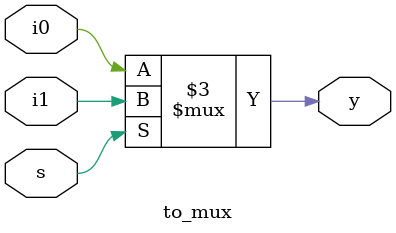
<source format=v>
module to_mux(i0, i1, s, y);
input i0,i1,s;
output reg y;

always @ (*)
begin
    if(s)
        y=i1;
    else
        y=i0;
end

endmodule
</source>
